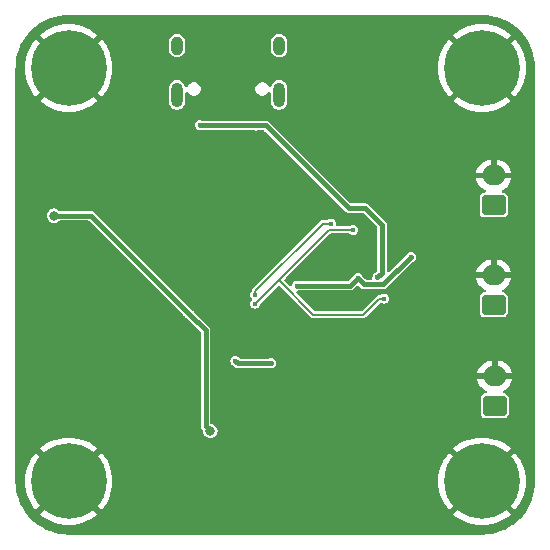
<source format=gbr>
%TF.GenerationSoftware,KiCad,Pcbnew,8.0.8*%
%TF.CreationDate,2025-04-07T17:04:07+02:00*%
%TF.ProjectId,Schematics_batterie,53636865-6d61-4746-9963-735f62617474,rev?*%
%TF.SameCoordinates,Original*%
%TF.FileFunction,Copper,L2,Bot*%
%TF.FilePolarity,Positive*%
%FSLAX46Y46*%
G04 Gerber Fmt 4.6, Leading zero omitted, Abs format (unit mm)*
G04 Created by KiCad (PCBNEW 8.0.8) date 2025-04-07 17:04:07*
%MOMM*%
%LPD*%
G01*
G04 APERTURE LIST*
G04 Aperture macros list*
%AMRoundRect*
0 Rectangle with rounded corners*
0 $1 Rounding radius*
0 $2 $3 $4 $5 $6 $7 $8 $9 X,Y pos of 4 corners*
0 Add a 4 corners polygon primitive as box body*
4,1,4,$2,$3,$4,$5,$6,$7,$8,$9,$2,$3,0*
0 Add four circle primitives for the rounded corners*
1,1,$1+$1,$2,$3*
1,1,$1+$1,$4,$5*
1,1,$1+$1,$6,$7*
1,1,$1+$1,$8,$9*
0 Add four rect primitives between the rounded corners*
20,1,$1+$1,$2,$3,$4,$5,0*
20,1,$1+$1,$4,$5,$6,$7,0*
20,1,$1+$1,$6,$7,$8,$9,0*
20,1,$1+$1,$8,$9,$2,$3,0*%
G04 Aperture macros list end*
%TA.AperFunction,HeatsinkPad*%
%ADD10O,1.000000X2.100000*%
%TD*%
%TA.AperFunction,HeatsinkPad*%
%ADD11O,1.000000X1.600000*%
%TD*%
%TA.AperFunction,ComponentPad*%
%ADD12C,0.800000*%
%TD*%
%TA.AperFunction,ComponentPad*%
%ADD13C,6.400000*%
%TD*%
%TA.AperFunction,ComponentPad*%
%ADD14RoundRect,0.250000X0.750000X-0.600000X0.750000X0.600000X-0.750000X0.600000X-0.750000X-0.600000X0*%
%TD*%
%TA.AperFunction,ComponentPad*%
%ADD15O,2.000000X1.700000*%
%TD*%
%TA.AperFunction,ViaPad*%
%ADD16C,0.450000*%
%TD*%
%TA.AperFunction,ViaPad*%
%ADD17C,0.800000*%
%TD*%
%TA.AperFunction,Conductor*%
%ADD18C,0.400000*%
%TD*%
%TA.AperFunction,Conductor*%
%ADD19C,0.200000*%
%TD*%
G04 APERTURE END LIST*
D10*
%TO.P,J1,S1,SHIELD*%
%TO.N,unconnected-(J1-SHIELD-PadS1)_1*%
X127820000Y-52280000D03*
D11*
%TO.N,unconnected-(J1-SHIELD-PadS1)*%
X127820000Y-48100000D03*
D10*
%TO.N,unconnected-(J1-SHIELD-PadS1)_2*%
X119180000Y-52280000D03*
D11*
%TO.N,unconnected-(J1-SHIELD-PadS1)_3*%
X119180000Y-48100000D03*
%TD*%
D12*
%TO.P,H4,1,1*%
%TO.N,GND*%
X107600000Y-85000000D03*
X108302944Y-83302944D03*
X108302944Y-86697056D03*
X110000000Y-82600000D03*
D13*
X110000000Y-85000000D03*
D12*
X110000000Y-87400000D03*
X111697056Y-83302944D03*
X111697056Y-86697056D03*
X112400000Y-85000000D03*
%TD*%
D14*
%TO.P,J5,1,Pin_1*%
%TO.N,SYS*%
X146000000Y-70050000D03*
D15*
%TO.P,J5,2,Pin_2*%
%TO.N,GND*%
X146000000Y-67550000D03*
%TD*%
D12*
%TO.P,H3,1,1*%
%TO.N,GND*%
X142600000Y-85000000D03*
X143302944Y-83302944D03*
X143302944Y-86697056D03*
X145000000Y-82600000D03*
D13*
X145000000Y-85000000D03*
D12*
X145000000Y-87400000D03*
X146697056Y-83302944D03*
X146697056Y-86697056D03*
X147400000Y-85000000D03*
%TD*%
%TO.P,H2,1,1*%
%TO.N,GND*%
X107600000Y-50000000D03*
X108302944Y-48302944D03*
X108302944Y-51697056D03*
X110000000Y-47600000D03*
D13*
X110000000Y-50000000D03*
D12*
X110000000Y-52400000D03*
X111697056Y-48302944D03*
X111697056Y-51697056D03*
X112400000Y-50000000D03*
%TD*%
D14*
%TO.P,J2,1,Pin_1*%
%TO.N,BAT*%
X146075000Y-78600000D03*
D15*
%TO.P,J2,2,Pin_2*%
%TO.N,GND*%
X146075000Y-76100000D03*
%TD*%
D14*
%TO.P,J3,1,Pin_1*%
%TO.N,SYS*%
X146000000Y-61600000D03*
D15*
%TO.P,J3,2,Pin_2*%
%TO.N,GND*%
X146000000Y-59100000D03*
%TD*%
D12*
%TO.P,H1,1,1*%
%TO.N,GND*%
X142600000Y-50000000D03*
X143302944Y-48302944D03*
X143302944Y-51697056D03*
X145000000Y-47600000D03*
D13*
X145000000Y-50000000D03*
D12*
X145000000Y-52400000D03*
X146697056Y-48302944D03*
X146697056Y-51697056D03*
X147400000Y-50000000D03*
%TD*%
D16*
%TO.N,+5V*%
X136150000Y-67725000D03*
X125850000Y-54862500D03*
X121100000Y-54812500D03*
%TO.N,GND*%
X108750000Y-63720000D03*
X126700000Y-54125000D03*
X122200000Y-79262500D03*
X132700000Y-73050000D03*
X129650000Y-66975000D03*
X134250000Y-69750000D03*
X108750000Y-67570000D03*
X124025000Y-57362500D03*
X133350000Y-64300000D03*
X136150000Y-75100000D03*
X108750000Y-64970000D03*
X132300000Y-70350000D03*
X134250000Y-69050000D03*
X120100000Y-74050000D03*
X132337500Y-50325000D03*
X127912500Y-64387500D03*
X139500000Y-68400000D03*
X129300000Y-78425000D03*
X114600000Y-50075000D03*
X115625000Y-72550000D03*
X131475000Y-74300000D03*
X126500000Y-80012500D03*
X120300000Y-54025000D03*
X133950000Y-59300000D03*
X117600000Y-55962500D03*
X133900000Y-60850000D03*
%TO.N,SYS*%
X129325000Y-68425000D03*
X134475000Y-67800000D03*
X138975000Y-66025000D03*
D17*
%TO.N,+3.3V*%
X122000000Y-80750000D03*
X108750000Y-62500000D03*
D16*
X120200000Y-70800000D03*
%TO.N,STAT2*%
X125800000Y-69200000D03*
X132225000Y-63175000D03*
%TO.N,STAT1*%
X136675000Y-69525000D03*
X125800000Y-69950000D03*
X134100000Y-63700000D03*
%TO.N,VBAT*%
X124125000Y-74800000D03*
X127150000Y-75000000D03*
%TD*%
D18*
%TO.N,+5V*%
X136550000Y-67325000D02*
X136550000Y-63301471D01*
X125850000Y-54862500D02*
X121150000Y-54862500D01*
X121150000Y-54862500D02*
X121100000Y-54812500D01*
X133700000Y-61850000D02*
X126712500Y-54862500D01*
X136150000Y-67725000D02*
X136550000Y-67325000D01*
X135098529Y-61850000D02*
X133700000Y-61850000D01*
X126712500Y-54862500D02*
X125850000Y-54862500D01*
X136550000Y-63301471D02*
X135098529Y-61850000D01*
%TO.N,SYS*%
X138951471Y-66025000D02*
X138975000Y-66025000D01*
X135000000Y-68325000D02*
X136651471Y-68325000D01*
X134475000Y-67800000D02*
X135000000Y-68325000D01*
X133850000Y-68425000D02*
X134475000Y-67800000D01*
X136651471Y-68325000D02*
X138951471Y-66025000D01*
X129325000Y-68425000D02*
X133850000Y-68425000D01*
%TO.N,+3.3V*%
X120200000Y-70800000D02*
X121600000Y-72200000D01*
X121600000Y-80350000D02*
X122000000Y-80750000D01*
X120200000Y-70800000D02*
X111900000Y-62500000D01*
X121600000Y-72200000D02*
X121600000Y-80350000D01*
X111900000Y-62500000D02*
X108750000Y-62500000D01*
D19*
%TO.N,STAT2*%
X132225000Y-63175000D02*
X131525000Y-63175000D01*
X125800000Y-68900000D02*
X125800000Y-69200000D01*
X131525000Y-63175000D02*
X125800000Y-68900000D01*
%TO.N,STAT1*%
X134100000Y-63700000D02*
X132042893Y-63700000D01*
X134950000Y-70875000D02*
X130700000Y-70875000D01*
X125800000Y-69942893D02*
X125800000Y-69950000D01*
X132042893Y-63700000D02*
X128621447Y-67121447D01*
X130700000Y-70875000D02*
X127783947Y-67958947D01*
X136675000Y-69525000D02*
X136300000Y-69525000D01*
X136300000Y-69525000D02*
X134950000Y-70875000D01*
X128621447Y-67121447D02*
X125800000Y-69942893D01*
D18*
%TO.N,VBAT*%
X124325000Y-75000000D02*
X124125000Y-74800000D01*
X127150000Y-75000000D02*
X124325000Y-75000000D01*
%TD*%
%TA.AperFunction,Conductor*%
%TO.N,GND*%
G36*
X145002702Y-45500617D02*
G01*
X145386771Y-45517386D01*
X145397506Y-45518326D01*
X145775971Y-45568152D01*
X145786597Y-45570025D01*
X146159284Y-45652648D01*
X146169710Y-45655442D01*
X146533765Y-45770227D01*
X146543911Y-45773920D01*
X146896578Y-45920000D01*
X146906369Y-45924566D01*
X147244942Y-46100816D01*
X147254310Y-46106224D01*
X147576244Y-46311318D01*
X147585105Y-46317523D01*
X147887930Y-46549889D01*
X147896217Y-46556843D01*
X148177635Y-46814715D01*
X148185284Y-46822364D01*
X148443156Y-47103782D01*
X148450110Y-47112069D01*
X148682476Y-47414894D01*
X148688681Y-47423755D01*
X148893775Y-47745689D01*
X148899183Y-47755057D01*
X149075430Y-48093623D01*
X149080002Y-48103427D01*
X149226075Y-48456078D01*
X149229775Y-48466244D01*
X149344554Y-48830278D01*
X149347354Y-48840727D01*
X149429971Y-49213389D01*
X149431849Y-49224042D01*
X149481671Y-49602473D01*
X149482614Y-49613249D01*
X149499382Y-49997297D01*
X149499500Y-50002706D01*
X149499500Y-84997293D01*
X149499382Y-85002702D01*
X149482614Y-85386750D01*
X149481671Y-85397526D01*
X149431849Y-85775957D01*
X149429971Y-85786610D01*
X149347354Y-86159272D01*
X149344554Y-86169721D01*
X149229775Y-86533755D01*
X149226075Y-86543921D01*
X149080002Y-86896572D01*
X149075430Y-86906376D01*
X148899183Y-87244942D01*
X148893775Y-87254310D01*
X148688681Y-87576244D01*
X148682476Y-87585105D01*
X148450110Y-87887930D01*
X148443156Y-87896217D01*
X148185284Y-88177635D01*
X148177635Y-88185284D01*
X147896217Y-88443156D01*
X147887930Y-88450110D01*
X147585105Y-88682476D01*
X147576244Y-88688681D01*
X147254310Y-88893775D01*
X147244942Y-88899183D01*
X146906376Y-89075430D01*
X146896572Y-89080002D01*
X146543921Y-89226075D01*
X146533755Y-89229775D01*
X146169721Y-89344554D01*
X146159272Y-89347354D01*
X145786610Y-89429971D01*
X145775957Y-89431849D01*
X145397526Y-89481671D01*
X145386750Y-89482614D01*
X145002703Y-89499382D01*
X144997294Y-89499500D01*
X110002706Y-89499500D01*
X109997297Y-89499382D01*
X109613249Y-89482614D01*
X109602473Y-89481671D01*
X109224042Y-89431849D01*
X109213389Y-89429971D01*
X108840727Y-89347354D01*
X108830278Y-89344554D01*
X108466244Y-89229775D01*
X108456078Y-89226075D01*
X108103427Y-89080002D01*
X108093623Y-89075430D01*
X107755057Y-88899183D01*
X107745689Y-88893775D01*
X107423755Y-88688681D01*
X107414894Y-88682476D01*
X107112069Y-88450110D01*
X107103782Y-88443156D01*
X106822364Y-88185284D01*
X106814715Y-88177635D01*
X106556843Y-87896217D01*
X106549889Y-87887930D01*
X106317523Y-87585105D01*
X106311318Y-87576244D01*
X106106224Y-87254310D01*
X106100816Y-87244942D01*
X105924569Y-86906376D01*
X105919997Y-86896572D01*
X105773924Y-86543921D01*
X105770224Y-86533755D01*
X105655442Y-86169710D01*
X105652648Y-86159284D01*
X105570025Y-85786597D01*
X105568152Y-85775971D01*
X105518326Y-85397506D01*
X105517386Y-85386771D01*
X105500618Y-85002702D01*
X105500559Y-84999999D01*
X106294922Y-84999999D01*
X106294922Y-85000000D01*
X106315219Y-85387287D01*
X106375886Y-85770323D01*
X106375887Y-85770330D01*
X106476262Y-86144936D01*
X106615244Y-86506994D01*
X106791310Y-86852543D01*
X107002523Y-87177783D01*
X107002525Y-87177785D01*
X107211096Y-87435348D01*
X108705747Y-85940697D01*
X108779588Y-86042330D01*
X108957670Y-86220412D01*
X109059301Y-86294251D01*
X107564650Y-87788902D01*
X107822214Y-87997475D01*
X107822216Y-87997476D01*
X108147456Y-88208689D01*
X108493005Y-88384755D01*
X108855063Y-88523737D01*
X109229669Y-88624112D01*
X109229676Y-88624113D01*
X109612712Y-88684780D01*
X109999999Y-88705078D01*
X110000001Y-88705078D01*
X110387287Y-88684780D01*
X110770323Y-88624113D01*
X110770330Y-88624112D01*
X111144936Y-88523737D01*
X111506994Y-88384755D01*
X111852543Y-88208689D01*
X112177771Y-87997484D01*
X112177784Y-87997474D01*
X112435348Y-87788902D01*
X110940698Y-86294252D01*
X111042330Y-86220412D01*
X111220412Y-86042330D01*
X111294252Y-85940698D01*
X112788902Y-87435348D01*
X112997474Y-87177784D01*
X112997484Y-87177771D01*
X113208689Y-86852543D01*
X113384755Y-86506994D01*
X113523737Y-86144936D01*
X113624112Y-85770330D01*
X113624113Y-85770323D01*
X113684780Y-85387287D01*
X113705078Y-85000000D01*
X113705078Y-84999999D01*
X141294922Y-84999999D01*
X141294922Y-85000000D01*
X141315219Y-85387287D01*
X141375886Y-85770323D01*
X141375887Y-85770330D01*
X141476262Y-86144936D01*
X141615244Y-86506994D01*
X141791310Y-86852543D01*
X142002523Y-87177783D01*
X142002525Y-87177785D01*
X142211096Y-87435348D01*
X143705747Y-85940697D01*
X143779588Y-86042330D01*
X143957670Y-86220412D01*
X144059301Y-86294251D01*
X142564650Y-87788902D01*
X142822214Y-87997475D01*
X142822216Y-87997476D01*
X143147456Y-88208689D01*
X143493005Y-88384755D01*
X143855063Y-88523737D01*
X144229669Y-88624112D01*
X144229676Y-88624113D01*
X144612712Y-88684780D01*
X144999999Y-88705078D01*
X145000001Y-88705078D01*
X145387287Y-88684780D01*
X145770323Y-88624113D01*
X145770330Y-88624112D01*
X146144936Y-88523737D01*
X146506994Y-88384755D01*
X146852543Y-88208689D01*
X147177771Y-87997484D01*
X147177784Y-87997474D01*
X147435348Y-87788902D01*
X145940698Y-86294252D01*
X146042330Y-86220412D01*
X146220412Y-86042330D01*
X146294252Y-85940698D01*
X147788902Y-87435348D01*
X147997474Y-87177784D01*
X147997484Y-87177771D01*
X148208689Y-86852543D01*
X148384755Y-86506994D01*
X148523737Y-86144936D01*
X148624112Y-85770330D01*
X148624113Y-85770323D01*
X148684780Y-85387287D01*
X148705078Y-85000000D01*
X148705078Y-84999999D01*
X148684780Y-84612712D01*
X148624113Y-84229676D01*
X148624112Y-84229669D01*
X148523737Y-83855063D01*
X148384755Y-83493005D01*
X148208689Y-83147456D01*
X147997476Y-82822216D01*
X147997475Y-82822214D01*
X147788902Y-82564650D01*
X146294251Y-84059301D01*
X146220412Y-83957670D01*
X146042330Y-83779588D01*
X145940698Y-83705748D01*
X147435349Y-82211096D01*
X147177785Y-82002525D01*
X147177783Y-82002523D01*
X146852543Y-81791310D01*
X146506994Y-81615244D01*
X146144936Y-81476262D01*
X145770330Y-81375887D01*
X145770323Y-81375886D01*
X145387287Y-81315219D01*
X145000001Y-81294922D01*
X144999999Y-81294922D01*
X144612712Y-81315219D01*
X144229676Y-81375886D01*
X144229669Y-81375887D01*
X143855063Y-81476262D01*
X143493005Y-81615244D01*
X143147456Y-81791310D01*
X142822206Y-82002531D01*
X142564649Y-82211095D01*
X142564649Y-82211096D01*
X144059301Y-83705748D01*
X143957670Y-83779588D01*
X143779588Y-83957670D01*
X143705748Y-84059301D01*
X142211096Y-82564649D01*
X142211095Y-82564649D01*
X142002531Y-82822206D01*
X141791310Y-83147456D01*
X141615244Y-83493005D01*
X141476262Y-83855063D01*
X141375887Y-84229669D01*
X141375886Y-84229676D01*
X141315219Y-84612712D01*
X141294922Y-84999999D01*
X113705078Y-84999999D01*
X113684780Y-84612712D01*
X113624113Y-84229676D01*
X113624112Y-84229669D01*
X113523737Y-83855063D01*
X113384755Y-83493005D01*
X113208689Y-83147456D01*
X112997476Y-82822216D01*
X112997475Y-82822214D01*
X112788902Y-82564650D01*
X111294251Y-84059301D01*
X111220412Y-83957670D01*
X111042330Y-83779588D01*
X110940698Y-83705748D01*
X112435349Y-82211096D01*
X112177785Y-82002525D01*
X112177783Y-82002523D01*
X111852543Y-81791310D01*
X111506994Y-81615244D01*
X111144936Y-81476262D01*
X110770330Y-81375887D01*
X110770323Y-81375886D01*
X110387287Y-81315219D01*
X110000001Y-81294922D01*
X109999999Y-81294922D01*
X109612712Y-81315219D01*
X109229676Y-81375886D01*
X109229669Y-81375887D01*
X108855063Y-81476262D01*
X108493005Y-81615244D01*
X108147456Y-81791310D01*
X107822206Y-82002531D01*
X107564649Y-82211095D01*
X107564649Y-82211096D01*
X109059301Y-83705748D01*
X108957670Y-83779588D01*
X108779588Y-83957670D01*
X108705748Y-84059301D01*
X107211096Y-82564649D01*
X107211095Y-82564649D01*
X107002531Y-82822206D01*
X106791310Y-83147456D01*
X106615244Y-83493005D01*
X106476262Y-83855063D01*
X106375887Y-84229669D01*
X106375886Y-84229676D01*
X106315219Y-84612712D01*
X106294922Y-84999999D01*
X105500559Y-84999999D01*
X105500500Y-84997293D01*
X105500500Y-62499998D01*
X108144318Y-62499998D01*
X108144318Y-62500001D01*
X108164955Y-62656760D01*
X108164956Y-62656762D01*
X108225464Y-62802841D01*
X108321718Y-62928282D01*
X108447159Y-63024536D01*
X108593238Y-63085044D01*
X108671619Y-63095363D01*
X108749999Y-63105682D01*
X108750000Y-63105682D01*
X108750001Y-63105682D01*
X108802254Y-63098802D01*
X108906762Y-63085044D01*
X109052841Y-63024536D01*
X109178282Y-62928282D01*
X109178283Y-62928279D01*
X109181093Y-62926124D01*
X109246263Y-62900930D01*
X109256580Y-62900500D01*
X111682745Y-62900500D01*
X111749784Y-62920185D01*
X111770426Y-62936819D01*
X119800853Y-70967245D01*
X119823656Y-70998630D01*
X119851470Y-71053217D01*
X119851476Y-71053225D01*
X119946774Y-71148523D01*
X119946776Y-71148524D01*
X119946780Y-71148528D01*
X120001366Y-71176341D01*
X120032751Y-71199144D01*
X121163181Y-72329574D01*
X121196666Y-72390897D01*
X121199500Y-72417255D01*
X121199500Y-80402726D01*
X121226793Y-80504589D01*
X121253156Y-80550250D01*
X121279520Y-80595913D01*
X121279522Y-80595915D01*
X121358597Y-80674990D01*
X121392082Y-80736313D01*
X121393855Y-80746485D01*
X121394318Y-80749998D01*
X121394318Y-80750000D01*
X121414956Y-80906762D01*
X121475464Y-81052841D01*
X121571718Y-81178282D01*
X121697159Y-81274536D01*
X121843238Y-81335044D01*
X121921619Y-81345363D01*
X121999999Y-81355682D01*
X122000000Y-81355682D01*
X122000001Y-81355682D01*
X122052254Y-81348802D01*
X122156762Y-81335044D01*
X122302841Y-81274536D01*
X122428282Y-81178282D01*
X122524536Y-81052841D01*
X122585044Y-80906762D01*
X122605682Y-80750000D01*
X122585044Y-80593238D01*
X122524536Y-80447159D01*
X122428282Y-80321718D01*
X122302841Y-80225464D01*
X122156762Y-80164956D01*
X122143399Y-80163196D01*
X122108313Y-80158577D01*
X122044417Y-80130309D01*
X122005946Y-80071984D01*
X122000500Y-80035638D01*
X122000500Y-75850000D01*
X144597769Y-75850000D01*
X145641988Y-75850000D01*
X145609075Y-75907007D01*
X145575000Y-76034174D01*
X145575000Y-76165826D01*
X145609075Y-76292993D01*
X145641988Y-76350000D01*
X144597769Y-76350000D01*
X144608242Y-76416126D01*
X144608242Y-76416129D01*
X144673904Y-76618217D01*
X144770379Y-76807557D01*
X144895272Y-76979459D01*
X144895276Y-76979464D01*
X145045535Y-77129723D01*
X145045540Y-77129727D01*
X145217442Y-77254620D01*
X145335971Y-77315015D01*
X145386767Y-77362990D01*
X145403562Y-77430811D01*
X145381024Y-77496946D01*
X145326309Y-77540397D01*
X145279676Y-77549500D01*
X145270730Y-77549500D01*
X145240300Y-77552353D01*
X145240298Y-77552353D01*
X145112119Y-77597206D01*
X145112117Y-77597207D01*
X145002850Y-77677850D01*
X144922207Y-77787117D01*
X144922206Y-77787119D01*
X144877353Y-77915298D01*
X144877353Y-77915300D01*
X144874500Y-77945730D01*
X144874500Y-79254269D01*
X144877353Y-79284699D01*
X144877353Y-79284701D01*
X144922206Y-79412880D01*
X144922207Y-79412882D01*
X145002850Y-79522150D01*
X145112118Y-79602793D01*
X145154845Y-79617744D01*
X145240299Y-79647646D01*
X145270730Y-79650500D01*
X145270734Y-79650500D01*
X146879270Y-79650500D01*
X146909699Y-79647646D01*
X146909701Y-79647646D01*
X146973790Y-79625219D01*
X147037882Y-79602793D01*
X147147150Y-79522150D01*
X147227793Y-79412882D01*
X147250219Y-79348790D01*
X147272646Y-79284701D01*
X147272646Y-79284699D01*
X147275500Y-79254269D01*
X147275500Y-77945730D01*
X147272646Y-77915300D01*
X147272646Y-77915298D01*
X147227793Y-77787119D01*
X147227792Y-77787117D01*
X147147150Y-77677850D01*
X147037882Y-77597207D01*
X147037880Y-77597206D01*
X146909700Y-77552353D01*
X146879270Y-77549500D01*
X146879266Y-77549500D01*
X146870324Y-77549500D01*
X146803285Y-77529815D01*
X146757530Y-77477011D01*
X146747586Y-77407853D01*
X146776611Y-77344297D01*
X146814029Y-77315015D01*
X146932557Y-77254620D01*
X147104459Y-77129727D01*
X147104464Y-77129723D01*
X147254723Y-76979464D01*
X147254727Y-76979459D01*
X147379620Y-76807557D01*
X147476095Y-76618217D01*
X147541757Y-76416129D01*
X147541757Y-76416126D01*
X147552231Y-76350000D01*
X146508012Y-76350000D01*
X146540925Y-76292993D01*
X146575000Y-76165826D01*
X146575000Y-76034174D01*
X146540925Y-75907007D01*
X146508012Y-75850000D01*
X147552231Y-75850000D01*
X147541757Y-75783873D01*
X147541757Y-75783870D01*
X147476095Y-75581782D01*
X147379620Y-75392442D01*
X147254727Y-75220540D01*
X147254723Y-75220535D01*
X147104464Y-75070276D01*
X147104459Y-75070272D01*
X146932557Y-74945379D01*
X146743217Y-74848904D01*
X146541129Y-74783242D01*
X146331246Y-74750000D01*
X146325000Y-74750000D01*
X146325000Y-75666988D01*
X146267993Y-75634075D01*
X146140826Y-75600000D01*
X146009174Y-75600000D01*
X145882007Y-75634075D01*
X145825000Y-75666988D01*
X145825000Y-74750000D01*
X145818754Y-74750000D01*
X145608872Y-74783242D01*
X145608869Y-74783242D01*
X145406782Y-74848904D01*
X145217442Y-74945379D01*
X145045540Y-75070272D01*
X145045535Y-75070276D01*
X144895276Y-75220535D01*
X144895272Y-75220540D01*
X144770379Y-75392442D01*
X144673904Y-75581782D01*
X144608242Y-75783870D01*
X144608242Y-75783873D01*
X144597769Y-75850000D01*
X122000500Y-75850000D01*
X122000500Y-74799997D01*
X123694196Y-74799997D01*
X123694196Y-74800002D01*
X123715279Y-74933121D01*
X123715280Y-74933124D01*
X123715281Y-74933126D01*
X123776472Y-75053220D01*
X123871780Y-75148528D01*
X123926366Y-75176340D01*
X123957752Y-75199144D01*
X123997449Y-75238841D01*
X123997452Y-75238845D01*
X124004520Y-75245913D01*
X124079087Y-75320480D01*
X124127668Y-75348528D01*
X124127669Y-75348529D01*
X124170407Y-75373204D01*
X124170410Y-75373206D01*
X124170412Y-75373206D01*
X124170413Y-75373207D01*
X124272273Y-75400501D01*
X124272275Y-75400501D01*
X124385323Y-75400501D01*
X124385339Y-75400500D01*
X126969011Y-75400500D01*
X127006673Y-75409541D01*
X127007595Y-75406704D01*
X127016876Y-75409720D01*
X127149998Y-75430804D01*
X127150000Y-75430804D01*
X127150002Y-75430804D01*
X127283121Y-75409720D01*
X127283121Y-75409719D01*
X127283126Y-75409719D01*
X127403220Y-75348528D01*
X127498528Y-75253220D01*
X127559719Y-75133126D01*
X127559720Y-75133121D01*
X127580804Y-75000002D01*
X127580804Y-74999997D01*
X127559720Y-74866878D01*
X127559719Y-74866876D01*
X127559719Y-74866874D01*
X127498528Y-74746780D01*
X127498526Y-74746778D01*
X127498523Y-74746774D01*
X127403225Y-74651476D01*
X127403221Y-74651473D01*
X127403220Y-74651472D01*
X127283126Y-74590281D01*
X127283124Y-74590280D01*
X127283121Y-74590279D01*
X127150002Y-74569196D01*
X127149998Y-74569196D01*
X127016876Y-74590279D01*
X127007595Y-74593296D01*
X127006673Y-74590458D01*
X126969011Y-74599500D01*
X124575012Y-74599500D01*
X124507973Y-74579815D01*
X124474689Y-74548379D01*
X124473529Y-74546782D01*
X124473528Y-74546780D01*
X124473525Y-74546777D01*
X124473523Y-74546774D01*
X124378225Y-74451476D01*
X124378221Y-74451473D01*
X124378220Y-74451472D01*
X124258126Y-74390281D01*
X124258124Y-74390280D01*
X124258121Y-74390279D01*
X124125002Y-74369196D01*
X124124998Y-74369196D01*
X123991878Y-74390279D01*
X123871778Y-74451473D01*
X123871774Y-74451476D01*
X123776476Y-74546774D01*
X123776473Y-74546778D01*
X123715279Y-74666878D01*
X123694196Y-74799997D01*
X122000500Y-74799997D01*
X122000500Y-72147275D01*
X122000500Y-72147273D01*
X121973207Y-72045413D01*
X121973207Y-72045412D01*
X121920480Y-71954087D01*
X120599144Y-70632751D01*
X120576340Y-70601365D01*
X120548528Y-70546780D01*
X120548524Y-70546776D01*
X120548523Y-70546774D01*
X120453225Y-70451476D01*
X120453217Y-70451470D01*
X120398630Y-70423656D01*
X120367245Y-70400853D01*
X112145915Y-62179522D01*
X112145914Y-62179521D01*
X112145913Y-62179520D01*
X112100250Y-62153156D01*
X112054589Y-62126793D01*
X112003657Y-62113146D01*
X111952727Y-62099500D01*
X111952726Y-62099500D01*
X109256580Y-62099500D01*
X109189541Y-62079815D01*
X109181093Y-62073876D01*
X109178283Y-62071720D01*
X109178282Y-62071718D01*
X109052841Y-61975464D01*
X108906762Y-61914956D01*
X108906760Y-61914955D01*
X108750001Y-61894318D01*
X108749999Y-61894318D01*
X108593239Y-61914955D01*
X108593237Y-61914956D01*
X108447160Y-61975463D01*
X108321718Y-62071718D01*
X108225463Y-62197160D01*
X108164956Y-62343237D01*
X108164955Y-62343239D01*
X108144318Y-62499998D01*
X105500500Y-62499998D01*
X105500500Y-54812497D01*
X120669196Y-54812497D01*
X120669196Y-54812502D01*
X120690279Y-54945621D01*
X120690280Y-54945624D01*
X120690281Y-54945626D01*
X120751472Y-55065720D01*
X120751473Y-55065721D01*
X120751476Y-55065725D01*
X120846774Y-55161023D01*
X120846776Y-55161024D01*
X120846780Y-55161028D01*
X120966874Y-55222219D01*
X120966875Y-55222219D01*
X120967933Y-55222758D01*
X120990007Y-55232586D01*
X120995410Y-55235706D01*
X120995412Y-55235706D01*
X120995413Y-55235707D01*
X121097273Y-55263001D01*
X121097275Y-55263001D01*
X121210323Y-55263001D01*
X121210339Y-55263000D01*
X125669011Y-55263000D01*
X125706673Y-55272041D01*
X125707595Y-55269204D01*
X125716876Y-55272220D01*
X125849998Y-55293304D01*
X125850000Y-55293304D01*
X125850002Y-55293304D01*
X125983123Y-55272220D01*
X125992405Y-55269204D01*
X125993326Y-55272041D01*
X126030989Y-55263000D01*
X126495245Y-55263000D01*
X126562284Y-55282685D01*
X126582926Y-55299319D01*
X133454087Y-62170480D01*
X133545412Y-62223207D01*
X133647273Y-62250500D01*
X134881274Y-62250500D01*
X134948313Y-62270185D01*
X134968955Y-62286819D01*
X136113181Y-63431045D01*
X136146666Y-63492368D01*
X136149500Y-63518726D01*
X136149500Y-67107744D01*
X136129815Y-67174783D01*
X136113181Y-67195426D01*
X135982750Y-67325856D01*
X135951366Y-67348658D01*
X135896777Y-67376473D01*
X135801476Y-67471774D01*
X135801473Y-67471778D01*
X135740279Y-67591878D01*
X135719196Y-67724997D01*
X135719196Y-67725003D01*
X135728081Y-67781103D01*
X135719126Y-67850396D01*
X135674130Y-67903848D01*
X135607378Y-67924487D01*
X135605608Y-67924500D01*
X135217255Y-67924500D01*
X135150216Y-67904815D01*
X135129574Y-67888181D01*
X134874144Y-67632751D01*
X134851340Y-67601365D01*
X134823528Y-67546780D01*
X134823524Y-67546776D01*
X134823523Y-67546774D01*
X134728225Y-67451476D01*
X134728221Y-67451473D01*
X134728220Y-67451472D01*
X134608126Y-67390281D01*
X134608124Y-67390280D01*
X134608121Y-67390279D01*
X134475002Y-67369196D01*
X134474998Y-67369196D01*
X134341878Y-67390279D01*
X134221778Y-67451473D01*
X134221774Y-67451476D01*
X134126473Y-67546777D01*
X134098658Y-67601366D01*
X134075855Y-67632750D01*
X133720426Y-67988181D01*
X133659103Y-68021666D01*
X133632745Y-68024500D01*
X129505989Y-68024500D01*
X129468326Y-68015458D01*
X129467405Y-68018296D01*
X129458123Y-68015279D01*
X129325002Y-67994196D01*
X129324998Y-67994196D01*
X129191878Y-68015279D01*
X129071778Y-68076473D01*
X129071774Y-68076476D01*
X128976476Y-68171774D01*
X128976473Y-68171778D01*
X128915279Y-68291878D01*
X128902291Y-68373883D01*
X128872362Y-68437018D01*
X128813050Y-68473949D01*
X128743187Y-68472951D01*
X128692137Y-68442166D01*
X128296598Y-68046627D01*
X128263113Y-67985304D01*
X128268097Y-67915612D01*
X128296598Y-67871265D01*
X128367863Y-67800000D01*
X128861907Y-67305958D01*
X128861907Y-67305957D01*
X132131045Y-64036819D01*
X132192368Y-64003334D01*
X132218726Y-64000500D01*
X133747389Y-64000500D01*
X133814428Y-64020185D01*
X133835070Y-64036819D01*
X133846774Y-64048523D01*
X133846778Y-64048526D01*
X133846780Y-64048528D01*
X133966874Y-64109719D01*
X133966876Y-64109719D01*
X133966878Y-64109720D01*
X134099998Y-64130804D01*
X134100000Y-64130804D01*
X134100002Y-64130804D01*
X134233121Y-64109720D01*
X134233121Y-64109719D01*
X134233126Y-64109719D01*
X134353220Y-64048528D01*
X134448528Y-63953220D01*
X134509719Y-63833126D01*
X134530804Y-63700000D01*
X134509719Y-63566874D01*
X134448528Y-63446780D01*
X134448526Y-63446778D01*
X134448523Y-63446774D01*
X134353225Y-63351476D01*
X134353221Y-63351473D01*
X134353220Y-63351472D01*
X134233126Y-63290281D01*
X134233124Y-63290280D01*
X134233121Y-63290279D01*
X134100002Y-63269196D01*
X134099998Y-63269196D01*
X133966878Y-63290279D01*
X133846778Y-63351473D01*
X133846774Y-63351476D01*
X133835070Y-63363181D01*
X133773747Y-63396666D01*
X133747389Y-63399500D01*
X132765432Y-63399500D01*
X132698393Y-63379815D01*
X132652638Y-63327011D01*
X132642694Y-63257853D01*
X132642959Y-63256102D01*
X132655804Y-63175002D01*
X132655804Y-63174997D01*
X132634720Y-63041878D01*
X132634719Y-63041876D01*
X132634719Y-63041874D01*
X132573528Y-62921780D01*
X132573526Y-62921778D01*
X132573523Y-62921774D01*
X132478225Y-62826476D01*
X132478221Y-62826473D01*
X132478220Y-62826472D01*
X132358126Y-62765281D01*
X132358124Y-62765280D01*
X132358121Y-62765279D01*
X132225002Y-62744196D01*
X132224998Y-62744196D01*
X132091878Y-62765279D01*
X131971778Y-62826473D01*
X131971774Y-62826476D01*
X131960070Y-62838181D01*
X131898747Y-62871666D01*
X131872389Y-62874500D01*
X131485438Y-62874500D01*
X131409010Y-62894978D01*
X131340489Y-62934540D01*
X131340486Y-62934542D01*
X125559541Y-68715487D01*
X125559535Y-68715495D01*
X125519982Y-68784004D01*
X125519979Y-68784009D01*
X125499500Y-68860439D01*
X125499185Y-68862832D01*
X125498358Y-68864700D01*
X125497397Y-68868288D01*
X125496837Y-68868138D01*
X125470916Y-68926728D01*
X125463927Y-68934324D01*
X125451476Y-68946774D01*
X125451473Y-68946778D01*
X125390279Y-69066878D01*
X125369196Y-69199997D01*
X125369196Y-69200002D01*
X125390279Y-69333121D01*
X125390280Y-69333124D01*
X125390281Y-69333126D01*
X125451472Y-69453220D01*
X125451473Y-69453221D01*
X125451476Y-69453225D01*
X125485570Y-69487319D01*
X125519055Y-69548642D01*
X125514071Y-69618334D01*
X125485570Y-69662681D01*
X125451476Y-69696774D01*
X125451473Y-69696778D01*
X125390279Y-69816878D01*
X125369196Y-69949997D01*
X125369196Y-69950002D01*
X125390279Y-70083121D01*
X125390280Y-70083124D01*
X125390281Y-70083126D01*
X125451472Y-70203220D01*
X125451473Y-70203221D01*
X125451476Y-70203225D01*
X125546774Y-70298523D01*
X125546778Y-70298526D01*
X125546780Y-70298528D01*
X125666874Y-70359719D01*
X125666876Y-70359719D01*
X125666878Y-70359720D01*
X125799998Y-70380804D01*
X125800000Y-70380804D01*
X125800002Y-70380804D01*
X125933121Y-70359720D01*
X125933121Y-70359719D01*
X125933126Y-70359719D01*
X126053220Y-70298528D01*
X126148528Y-70203220D01*
X126209719Y-70083126D01*
X126226937Y-69974414D01*
X126256864Y-69911284D01*
X126261710Y-69906152D01*
X127696265Y-68471598D01*
X127757588Y-68438113D01*
X127827280Y-68443097D01*
X127871627Y-68471598D01*
X130515489Y-71115460D01*
X130572761Y-71148526D01*
X130584008Y-71155020D01*
X130584012Y-71155022D01*
X130660438Y-71175500D01*
X130660440Y-71175500D01*
X134989560Y-71175500D01*
X134989562Y-71175500D01*
X135065989Y-71155021D01*
X135134511Y-71115460D01*
X135190460Y-71059511D01*
X136328043Y-69921926D01*
X136389364Y-69888443D01*
X136459055Y-69893427D01*
X136472001Y-69899117D01*
X136541874Y-69934719D01*
X136541876Y-69934719D01*
X136541878Y-69934720D01*
X136674998Y-69955804D01*
X136675000Y-69955804D01*
X136675002Y-69955804D01*
X136808121Y-69934720D01*
X136808121Y-69934719D01*
X136808126Y-69934719D01*
X136928220Y-69873528D01*
X137023528Y-69778220D01*
X137084719Y-69658126D01*
X137084720Y-69658121D01*
X137105804Y-69525002D01*
X137105804Y-69524997D01*
X137084720Y-69391878D01*
X137084719Y-69391876D01*
X137084719Y-69391874D01*
X137023528Y-69271780D01*
X137023526Y-69271778D01*
X137023523Y-69271774D01*
X136928225Y-69176476D01*
X136928221Y-69176473D01*
X136928220Y-69176472D01*
X136808126Y-69115281D01*
X136808124Y-69115280D01*
X136808121Y-69115279D01*
X136675002Y-69094196D01*
X136674998Y-69094196D01*
X136541878Y-69115279D01*
X136421778Y-69176473D01*
X136421774Y-69176476D01*
X136410070Y-69188181D01*
X136348747Y-69221666D01*
X136322389Y-69224500D01*
X136260438Y-69224500D01*
X136222224Y-69234739D01*
X136184009Y-69244979D01*
X136184008Y-69244980D01*
X136137591Y-69271778D01*
X136137592Y-69271779D01*
X136115487Y-69284541D01*
X134861848Y-70538181D01*
X134800525Y-70571666D01*
X134774167Y-70574500D01*
X130875833Y-70574500D01*
X130808794Y-70554815D01*
X130788152Y-70538181D01*
X129307833Y-69057862D01*
X129274348Y-68996539D01*
X129279332Y-68926847D01*
X129321204Y-68870914D01*
X129376113Y-68847708D01*
X129458126Y-68834719D01*
X129458128Y-68834718D01*
X129467405Y-68831704D01*
X129468326Y-68834541D01*
X129505989Y-68825500D01*
X133902725Y-68825500D01*
X133902727Y-68825500D01*
X134004588Y-68798207D01*
X134095913Y-68745480D01*
X134387319Y-68454074D01*
X134448642Y-68420589D01*
X134518334Y-68425573D01*
X134562681Y-68454074D01*
X134754087Y-68645480D01*
X134845412Y-68698207D01*
X134947273Y-68725500D01*
X134947275Y-68725500D01*
X136704196Y-68725500D01*
X136704198Y-68725500D01*
X136806059Y-68698207D01*
X136897384Y-68645480D01*
X138242863Y-67300000D01*
X144522769Y-67300000D01*
X145566988Y-67300000D01*
X145534075Y-67357007D01*
X145500000Y-67484174D01*
X145500000Y-67615826D01*
X145534075Y-67742993D01*
X145566988Y-67800000D01*
X144522769Y-67800000D01*
X144533242Y-67866126D01*
X144533242Y-67866129D01*
X144598904Y-68068217D01*
X144695379Y-68257557D01*
X144820272Y-68429459D01*
X144820276Y-68429464D01*
X144970535Y-68579723D01*
X144970540Y-68579727D01*
X145142442Y-68704620D01*
X145260971Y-68765015D01*
X145311767Y-68812990D01*
X145328562Y-68880811D01*
X145306024Y-68946946D01*
X145251309Y-68990397D01*
X145204676Y-68999500D01*
X145195730Y-68999500D01*
X145165300Y-69002353D01*
X145165298Y-69002353D01*
X145037119Y-69047206D01*
X145037117Y-69047207D01*
X144927850Y-69127850D01*
X144847207Y-69237117D01*
X144847206Y-69237119D01*
X144802353Y-69365298D01*
X144802353Y-69365300D01*
X144799500Y-69395730D01*
X144799500Y-70704269D01*
X144802353Y-70734699D01*
X144802353Y-70734701D01*
X144847206Y-70862880D01*
X144847207Y-70862882D01*
X144927850Y-70972150D01*
X145037118Y-71052793D01*
X145079845Y-71067744D01*
X145165299Y-71097646D01*
X145195730Y-71100500D01*
X145195734Y-71100500D01*
X146804270Y-71100500D01*
X146834699Y-71097646D01*
X146834701Y-71097646D01*
X146898790Y-71075219D01*
X146962882Y-71052793D01*
X147072150Y-70972150D01*
X147152793Y-70862882D01*
X147175219Y-70798790D01*
X147197646Y-70734701D01*
X147197646Y-70734699D01*
X147200500Y-70704269D01*
X147200500Y-69395730D01*
X147197646Y-69365300D01*
X147197646Y-69365298D01*
X147155544Y-69244980D01*
X147152793Y-69237118D01*
X147072150Y-69127850D01*
X146962882Y-69047207D01*
X146962880Y-69047206D01*
X146834700Y-69002353D01*
X146804270Y-68999500D01*
X146804266Y-68999500D01*
X146795324Y-68999500D01*
X146728285Y-68979815D01*
X146682530Y-68927011D01*
X146672586Y-68857853D01*
X146701611Y-68794297D01*
X146739029Y-68765015D01*
X146857557Y-68704620D01*
X147029459Y-68579727D01*
X147029464Y-68579723D01*
X147179723Y-68429464D01*
X147179727Y-68429459D01*
X147304620Y-68257557D01*
X147401095Y-68068217D01*
X147466757Y-67866129D01*
X147466757Y-67866126D01*
X147477231Y-67800000D01*
X146433012Y-67800000D01*
X146465925Y-67742993D01*
X146500000Y-67615826D01*
X146500000Y-67484174D01*
X146465925Y-67357007D01*
X146433012Y-67300000D01*
X147477231Y-67300000D01*
X147466757Y-67233873D01*
X147466757Y-67233870D01*
X147401095Y-67031782D01*
X147304620Y-66842442D01*
X147179727Y-66670540D01*
X147179723Y-66670535D01*
X147029464Y-66520276D01*
X147029459Y-66520272D01*
X146857557Y-66395379D01*
X146668217Y-66298904D01*
X146466129Y-66233242D01*
X146256246Y-66200000D01*
X146250000Y-66200000D01*
X146250000Y-67116988D01*
X146192993Y-67084075D01*
X146065826Y-67050000D01*
X145934174Y-67050000D01*
X145807007Y-67084075D01*
X145750000Y-67116988D01*
X145750000Y-66200000D01*
X145743754Y-66200000D01*
X145533872Y-66233242D01*
X145533869Y-66233242D01*
X145331782Y-66298904D01*
X145142442Y-66395379D01*
X144970540Y-66520272D01*
X144970535Y-66520276D01*
X144820276Y-66670535D01*
X144820272Y-66670540D01*
X144695379Y-66842442D01*
X144598904Y-67031782D01*
X144533242Y-67233870D01*
X144533242Y-67233873D01*
X144522769Y-67300000D01*
X138242863Y-67300000D01*
X139094278Y-66448584D01*
X139125658Y-66425785D01*
X139228220Y-66373528D01*
X139323528Y-66278220D01*
X139384719Y-66158126D01*
X139405804Y-66025000D01*
X139384719Y-65891874D01*
X139323528Y-65771780D01*
X139323526Y-65771778D01*
X139323523Y-65771774D01*
X139228225Y-65676476D01*
X139228221Y-65676473D01*
X139228220Y-65676472D01*
X139108126Y-65615281D01*
X139108124Y-65615280D01*
X139108121Y-65615279D01*
X138975002Y-65594196D01*
X138974998Y-65594196D01*
X138841878Y-65615279D01*
X138721778Y-65676473D01*
X138626470Y-65771782D01*
X138623099Y-65778398D01*
X138600299Y-65809777D01*
X137162181Y-67247896D01*
X137100858Y-67281381D01*
X137031166Y-67276397D01*
X136975233Y-67234525D01*
X136950816Y-67169061D01*
X136950500Y-67160215D01*
X136950500Y-63248746D01*
X136950500Y-63248744D01*
X136923207Y-63146884D01*
X136923207Y-63146883D01*
X136870480Y-63055558D01*
X135344442Y-61529520D01*
X135298779Y-61503156D01*
X135253118Y-61476793D01*
X135202186Y-61463146D01*
X135151256Y-61449500D01*
X135151255Y-61449500D01*
X133917255Y-61449500D01*
X133850216Y-61429815D01*
X133829574Y-61413181D01*
X131266393Y-58850000D01*
X144522769Y-58850000D01*
X145566988Y-58850000D01*
X145534075Y-58907007D01*
X145500000Y-59034174D01*
X145500000Y-59165826D01*
X145534075Y-59292993D01*
X145566988Y-59350000D01*
X144522769Y-59350000D01*
X144533242Y-59416126D01*
X144533242Y-59416129D01*
X144598904Y-59618217D01*
X144695379Y-59807557D01*
X144820272Y-59979459D01*
X144820276Y-59979464D01*
X144970535Y-60129723D01*
X144970540Y-60129727D01*
X145142442Y-60254620D01*
X145260971Y-60315015D01*
X145311767Y-60362990D01*
X145328562Y-60430811D01*
X145306024Y-60496946D01*
X145251309Y-60540397D01*
X145204676Y-60549500D01*
X145195730Y-60549500D01*
X145165300Y-60552353D01*
X145165298Y-60552353D01*
X145037119Y-60597206D01*
X145037117Y-60597207D01*
X144927850Y-60677850D01*
X144847207Y-60787117D01*
X144847206Y-60787119D01*
X144802353Y-60915298D01*
X144802353Y-60915300D01*
X144799500Y-60945730D01*
X144799500Y-62254269D01*
X144802353Y-62284699D01*
X144802353Y-62284701D01*
X144847206Y-62412880D01*
X144847207Y-62412882D01*
X144927850Y-62522150D01*
X145037118Y-62602793D01*
X145079845Y-62617744D01*
X145165299Y-62647646D01*
X145195730Y-62650500D01*
X145195734Y-62650500D01*
X146804270Y-62650500D01*
X146834699Y-62647646D01*
X146834701Y-62647646D01*
X146898790Y-62625219D01*
X146962882Y-62602793D01*
X147072150Y-62522150D01*
X147152793Y-62412882D01*
X147177163Y-62343237D01*
X147197646Y-62284701D01*
X147197646Y-62284699D01*
X147200500Y-62254269D01*
X147200500Y-60945730D01*
X147197646Y-60915300D01*
X147197646Y-60915298D01*
X147152793Y-60787119D01*
X147152792Y-60787117D01*
X147072150Y-60677850D01*
X146962882Y-60597207D01*
X146962880Y-60597206D01*
X146834700Y-60552353D01*
X146804270Y-60549500D01*
X146804266Y-60549500D01*
X146795324Y-60549500D01*
X146728285Y-60529815D01*
X146682530Y-60477011D01*
X146672586Y-60407853D01*
X146701611Y-60344297D01*
X146739029Y-60315015D01*
X146857557Y-60254620D01*
X147029459Y-60129727D01*
X147029464Y-60129723D01*
X147179723Y-59979464D01*
X147179727Y-59979459D01*
X147304620Y-59807557D01*
X147401095Y-59618217D01*
X147466757Y-59416129D01*
X147466757Y-59416126D01*
X147477231Y-59350000D01*
X146433012Y-59350000D01*
X146465925Y-59292993D01*
X146500000Y-59165826D01*
X146500000Y-59034174D01*
X146465925Y-58907007D01*
X146433012Y-58850000D01*
X147477231Y-58850000D01*
X147466757Y-58783873D01*
X147466757Y-58783870D01*
X147401095Y-58581782D01*
X147304620Y-58392442D01*
X147179727Y-58220540D01*
X147179723Y-58220535D01*
X147029464Y-58070276D01*
X147029459Y-58070272D01*
X146857557Y-57945379D01*
X146668217Y-57848904D01*
X146466129Y-57783242D01*
X146256246Y-57750000D01*
X146250000Y-57750000D01*
X146250000Y-58666988D01*
X146192993Y-58634075D01*
X146065826Y-58600000D01*
X145934174Y-58600000D01*
X145807007Y-58634075D01*
X145750000Y-58666988D01*
X145750000Y-57750000D01*
X145743754Y-57750000D01*
X145533872Y-57783242D01*
X145533869Y-57783242D01*
X145331782Y-57848904D01*
X145142442Y-57945379D01*
X144970540Y-58070272D01*
X144970535Y-58070276D01*
X144820276Y-58220535D01*
X144820272Y-58220540D01*
X144695379Y-58392442D01*
X144598904Y-58581782D01*
X144533242Y-58783870D01*
X144533242Y-58783873D01*
X144522769Y-58850000D01*
X131266393Y-58850000D01*
X126958415Y-54542022D01*
X126958413Y-54542020D01*
X126912750Y-54515656D01*
X126867089Y-54489293D01*
X126816157Y-54475646D01*
X126765227Y-54462000D01*
X126765226Y-54462000D01*
X126030989Y-54462000D01*
X125993326Y-54452958D01*
X125992405Y-54455796D01*
X125983123Y-54452779D01*
X125850002Y-54431696D01*
X125849998Y-54431696D01*
X125716876Y-54452779D01*
X125707595Y-54455796D01*
X125706673Y-54452958D01*
X125669011Y-54462000D01*
X121379120Y-54462000D01*
X121322826Y-54448485D01*
X121233123Y-54402779D01*
X121100002Y-54381696D01*
X121099998Y-54381696D01*
X120966878Y-54402779D01*
X120846778Y-54463973D01*
X120846774Y-54463976D01*
X120751476Y-54559274D01*
X120751473Y-54559278D01*
X120690279Y-54679378D01*
X120669196Y-54812497D01*
X105500500Y-54812497D01*
X105500500Y-50002706D01*
X105500559Y-49999999D01*
X106294922Y-49999999D01*
X106294922Y-50000000D01*
X106315219Y-50387287D01*
X106375886Y-50770323D01*
X106375887Y-50770330D01*
X106476262Y-51144936D01*
X106615244Y-51506994D01*
X106791310Y-51852543D01*
X107002523Y-52177783D01*
X107002525Y-52177785D01*
X107211096Y-52435348D01*
X108705747Y-50940697D01*
X108779588Y-51042330D01*
X108957670Y-51220412D01*
X109059301Y-51294251D01*
X107564650Y-52788902D01*
X107822214Y-52997475D01*
X107822216Y-52997476D01*
X108147456Y-53208689D01*
X108493005Y-53384755D01*
X108855063Y-53523737D01*
X109229669Y-53624112D01*
X109229676Y-53624113D01*
X109612712Y-53684780D01*
X109999999Y-53705078D01*
X110000001Y-53705078D01*
X110387287Y-53684780D01*
X110770323Y-53624113D01*
X110770330Y-53624112D01*
X111144936Y-53523737D01*
X111506994Y-53384755D01*
X111852543Y-53208689D01*
X112177771Y-52997484D01*
X112177784Y-52997474D01*
X112299395Y-52898995D01*
X118479499Y-52898995D01*
X118506418Y-53034322D01*
X118506421Y-53034332D01*
X118559221Y-53161804D01*
X118559228Y-53161817D01*
X118635885Y-53276541D01*
X118635888Y-53276545D01*
X118733454Y-53374111D01*
X118733458Y-53374114D01*
X118848182Y-53450771D01*
X118848195Y-53450778D01*
X118975667Y-53503578D01*
X118975672Y-53503580D01*
X118975676Y-53503580D01*
X118975677Y-53503581D01*
X119111004Y-53530500D01*
X119111007Y-53530500D01*
X119248995Y-53530500D01*
X119340041Y-53512389D01*
X119384328Y-53503580D01*
X119511811Y-53450775D01*
X119626542Y-53374114D01*
X119724114Y-53276542D01*
X119800775Y-53161811D01*
X119853580Y-53034328D01*
X119880500Y-52898993D01*
X119880500Y-52130244D01*
X119900185Y-52063205D01*
X119952989Y-52017450D01*
X120022147Y-52007506D01*
X120085703Y-52036531D01*
X120111887Y-52068244D01*
X120149482Y-52133361D01*
X120149484Y-52133363D01*
X120149485Y-52133365D01*
X120256635Y-52240515D01*
X120387865Y-52316281D01*
X120534234Y-52355500D01*
X120534236Y-52355500D01*
X120685764Y-52355500D01*
X120685766Y-52355500D01*
X120832135Y-52316281D01*
X120963365Y-52240515D01*
X121070515Y-52133365D01*
X121146281Y-52002135D01*
X121185500Y-51855766D01*
X121185500Y-51704234D01*
X125814500Y-51704234D01*
X125814500Y-51855765D01*
X125853719Y-52002136D01*
X125888978Y-52063205D01*
X125929485Y-52133365D01*
X126036635Y-52240515D01*
X126167865Y-52316281D01*
X126314234Y-52355500D01*
X126314236Y-52355500D01*
X126465764Y-52355500D01*
X126465766Y-52355500D01*
X126612135Y-52316281D01*
X126743365Y-52240515D01*
X126850515Y-52133365D01*
X126888113Y-52068244D01*
X126938680Y-52020028D01*
X127007287Y-52006806D01*
X127072152Y-52032774D01*
X127112680Y-52089688D01*
X127119500Y-52130244D01*
X127119500Y-52898993D01*
X127119500Y-52898995D01*
X127119499Y-52898995D01*
X127146418Y-53034322D01*
X127146421Y-53034332D01*
X127199221Y-53161804D01*
X127199228Y-53161817D01*
X127275885Y-53276541D01*
X127275888Y-53276545D01*
X127373454Y-53374111D01*
X127373458Y-53374114D01*
X127488182Y-53450771D01*
X127488195Y-53450778D01*
X127615667Y-53503578D01*
X127615672Y-53503580D01*
X127615676Y-53503580D01*
X127615677Y-53503581D01*
X127751004Y-53530500D01*
X127751007Y-53530500D01*
X127888995Y-53530500D01*
X127980041Y-53512389D01*
X128024328Y-53503580D01*
X128151811Y-53450775D01*
X128266542Y-53374114D01*
X128364114Y-53276542D01*
X128440775Y-53161811D01*
X128493580Y-53034328D01*
X128520500Y-52898993D01*
X128520500Y-51661007D01*
X128520500Y-51661004D01*
X128493581Y-51525677D01*
X128493580Y-51525676D01*
X128493580Y-51525672D01*
X128452558Y-51426635D01*
X128440778Y-51398195D01*
X128440771Y-51398182D01*
X128364114Y-51283458D01*
X128364111Y-51283454D01*
X128266545Y-51185888D01*
X128266541Y-51185885D01*
X128151817Y-51109228D01*
X128151804Y-51109221D01*
X128024332Y-51056421D01*
X128024322Y-51056418D01*
X127888995Y-51029500D01*
X127888993Y-51029500D01*
X127751007Y-51029500D01*
X127751005Y-51029500D01*
X127615677Y-51056418D01*
X127615667Y-51056421D01*
X127488195Y-51109221D01*
X127488182Y-51109228D01*
X127373458Y-51185885D01*
X127373454Y-51185888D01*
X127275888Y-51283454D01*
X127275885Y-51283458D01*
X127199228Y-51398182D01*
X127199221Y-51398195D01*
X127144089Y-51531299D01*
X127142289Y-51530553D01*
X127108920Y-51581464D01*
X127045105Y-51609916D01*
X126976039Y-51599350D01*
X126923649Y-51553122D01*
X126921177Y-51549024D01*
X126850517Y-51426638D01*
X126850512Y-51426632D01*
X126743367Y-51319487D01*
X126743365Y-51319485D01*
X126677750Y-51281602D01*
X126612136Y-51243719D01*
X126525151Y-51220412D01*
X126465766Y-51204500D01*
X126314234Y-51204500D01*
X126167863Y-51243719D01*
X126036635Y-51319485D01*
X126036632Y-51319487D01*
X125929487Y-51426632D01*
X125929485Y-51426635D01*
X125853719Y-51557863D01*
X125814500Y-51704234D01*
X121185500Y-51704234D01*
X121146281Y-51557865D01*
X121070515Y-51426635D01*
X120963365Y-51319485D01*
X120897750Y-51281602D01*
X120832136Y-51243719D01*
X120745151Y-51220412D01*
X120685766Y-51204500D01*
X120534234Y-51204500D01*
X120387863Y-51243719D01*
X120256635Y-51319485D01*
X120256632Y-51319487D01*
X120149487Y-51426632D01*
X120149485Y-51426635D01*
X120078822Y-51549025D01*
X120028254Y-51597240D01*
X119959647Y-51610462D01*
X119894782Y-51584494D01*
X119856677Y-51530981D01*
X119855911Y-51531299D01*
X119854531Y-51527968D01*
X119854254Y-51527579D01*
X119853834Y-51526286D01*
X119800778Y-51398195D01*
X119800771Y-51398182D01*
X119724114Y-51283458D01*
X119724111Y-51283454D01*
X119626545Y-51185888D01*
X119626541Y-51185885D01*
X119511817Y-51109228D01*
X119511804Y-51109221D01*
X119384332Y-51056421D01*
X119384322Y-51056418D01*
X119248995Y-51029500D01*
X119248993Y-51029500D01*
X119111007Y-51029500D01*
X119111005Y-51029500D01*
X118975677Y-51056418D01*
X118975667Y-51056421D01*
X118848195Y-51109221D01*
X118848182Y-51109228D01*
X118733458Y-51185885D01*
X118733454Y-51185888D01*
X118635888Y-51283454D01*
X118635885Y-51283458D01*
X118559228Y-51398182D01*
X118559221Y-51398195D01*
X118506421Y-51525667D01*
X118506418Y-51525677D01*
X118479500Y-51661004D01*
X118479500Y-51661007D01*
X118479500Y-52898993D01*
X118479500Y-52898995D01*
X118479499Y-52898995D01*
X112299395Y-52898995D01*
X112435348Y-52788902D01*
X110940698Y-51294252D01*
X111042330Y-51220412D01*
X111220412Y-51042330D01*
X111294252Y-50940698D01*
X112788902Y-52435348D01*
X112997474Y-52177784D01*
X112997484Y-52177771D01*
X113208689Y-51852543D01*
X113384755Y-51506994D01*
X113523737Y-51144936D01*
X113624112Y-50770330D01*
X113624113Y-50770323D01*
X113684780Y-50387287D01*
X113705078Y-50000000D01*
X113705078Y-49999999D01*
X141294922Y-49999999D01*
X141294922Y-50000000D01*
X141315219Y-50387287D01*
X141375886Y-50770323D01*
X141375887Y-50770330D01*
X141476262Y-51144936D01*
X141615244Y-51506994D01*
X141791310Y-51852543D01*
X142002523Y-52177783D01*
X142002525Y-52177785D01*
X142211096Y-52435348D01*
X143705747Y-50940697D01*
X143779588Y-51042330D01*
X143957670Y-51220412D01*
X144059301Y-51294251D01*
X142564650Y-52788902D01*
X142822214Y-52997475D01*
X142822216Y-52997476D01*
X143147456Y-53208689D01*
X143493005Y-53384755D01*
X143855063Y-53523737D01*
X144229669Y-53624112D01*
X144229676Y-53624113D01*
X144612712Y-53684780D01*
X144999999Y-53705078D01*
X145000001Y-53705078D01*
X145387287Y-53684780D01*
X145770323Y-53624113D01*
X145770330Y-53624112D01*
X146144936Y-53523737D01*
X146506994Y-53384755D01*
X146852543Y-53208689D01*
X147177771Y-52997484D01*
X147177784Y-52997474D01*
X147435348Y-52788902D01*
X145940698Y-51294252D01*
X146042330Y-51220412D01*
X146220412Y-51042330D01*
X146294252Y-50940698D01*
X147788902Y-52435348D01*
X147997474Y-52177784D01*
X147997484Y-52177771D01*
X148208689Y-51852543D01*
X148384755Y-51506994D01*
X148523737Y-51144936D01*
X148624112Y-50770330D01*
X148624113Y-50770323D01*
X148684780Y-50387287D01*
X148705078Y-50000000D01*
X148705078Y-49999999D01*
X148684780Y-49612712D01*
X148624113Y-49229676D01*
X148624112Y-49229669D01*
X148523737Y-48855063D01*
X148384755Y-48493005D01*
X148208689Y-48147456D01*
X147997476Y-47822216D01*
X147997475Y-47822214D01*
X147788902Y-47564650D01*
X146294251Y-49059301D01*
X146220412Y-48957670D01*
X146042330Y-48779588D01*
X145940698Y-48705748D01*
X147435349Y-47211096D01*
X147177785Y-47002525D01*
X147177783Y-47002523D01*
X146852543Y-46791310D01*
X146506994Y-46615244D01*
X146144936Y-46476262D01*
X145770330Y-46375887D01*
X145770323Y-46375886D01*
X145387287Y-46315219D01*
X145000001Y-46294922D01*
X144999999Y-46294922D01*
X144612712Y-46315219D01*
X144229676Y-46375886D01*
X144229669Y-46375887D01*
X143855063Y-46476262D01*
X143493005Y-46615244D01*
X143147456Y-46791310D01*
X142822206Y-47002531D01*
X142564649Y-47211095D01*
X142564649Y-47211096D01*
X144059301Y-48705748D01*
X143957670Y-48779588D01*
X143779588Y-48957670D01*
X143705748Y-49059301D01*
X142211096Y-47564649D01*
X142211095Y-47564649D01*
X142002531Y-47822206D01*
X141791310Y-48147456D01*
X141615244Y-48493005D01*
X141476262Y-48855063D01*
X141375887Y-49229669D01*
X141375886Y-49229676D01*
X141315219Y-49612712D01*
X141294922Y-49999999D01*
X113705078Y-49999999D01*
X113684780Y-49612712D01*
X113624113Y-49229676D01*
X113624112Y-49229669D01*
X113523737Y-48855063D01*
X113384755Y-48493005D01*
X113372521Y-48468995D01*
X118479499Y-48468995D01*
X118506418Y-48604322D01*
X118506421Y-48604332D01*
X118559221Y-48731804D01*
X118559228Y-48731817D01*
X118635885Y-48846541D01*
X118635888Y-48846545D01*
X118733454Y-48944111D01*
X118733458Y-48944114D01*
X118848182Y-49020771D01*
X118848195Y-49020778D01*
X118975667Y-49073578D01*
X118975672Y-49073580D01*
X118975676Y-49073580D01*
X118975677Y-49073581D01*
X119111004Y-49100500D01*
X119111007Y-49100500D01*
X119248995Y-49100500D01*
X119340041Y-49082389D01*
X119384328Y-49073580D01*
X119511811Y-49020775D01*
X119626542Y-48944114D01*
X119724114Y-48846542D01*
X119800775Y-48731811D01*
X119853580Y-48604328D01*
X119880500Y-48468995D01*
X127119499Y-48468995D01*
X127146418Y-48604322D01*
X127146421Y-48604332D01*
X127199221Y-48731804D01*
X127199228Y-48731817D01*
X127275885Y-48846541D01*
X127275888Y-48846545D01*
X127373454Y-48944111D01*
X127373458Y-48944114D01*
X127488182Y-49020771D01*
X127488195Y-49020778D01*
X127615667Y-49073578D01*
X127615672Y-49073580D01*
X127615676Y-49073580D01*
X127615677Y-49073581D01*
X127751004Y-49100500D01*
X127751007Y-49100500D01*
X127888995Y-49100500D01*
X127980041Y-49082389D01*
X128024328Y-49073580D01*
X128151811Y-49020775D01*
X128266542Y-48944114D01*
X128364114Y-48846542D01*
X128440775Y-48731811D01*
X128493580Y-48604328D01*
X128520500Y-48468993D01*
X128520500Y-47731007D01*
X128520500Y-47731004D01*
X128493581Y-47595677D01*
X128493580Y-47595676D01*
X128493580Y-47595672D01*
X128493578Y-47595667D01*
X128440778Y-47468195D01*
X128440771Y-47468182D01*
X128364114Y-47353458D01*
X128364111Y-47353454D01*
X128266545Y-47255888D01*
X128266541Y-47255885D01*
X128151817Y-47179228D01*
X128151804Y-47179221D01*
X128024332Y-47126421D01*
X128024322Y-47126418D01*
X127888995Y-47099500D01*
X127888993Y-47099500D01*
X127751007Y-47099500D01*
X127751005Y-47099500D01*
X127615677Y-47126418D01*
X127615667Y-47126421D01*
X127488195Y-47179221D01*
X127488182Y-47179228D01*
X127373458Y-47255885D01*
X127373454Y-47255888D01*
X127275888Y-47353454D01*
X127275885Y-47353458D01*
X127199228Y-47468182D01*
X127199221Y-47468195D01*
X127146421Y-47595667D01*
X127146418Y-47595677D01*
X127119500Y-47731004D01*
X127119500Y-47731007D01*
X127119500Y-48468993D01*
X127119500Y-48468995D01*
X127119499Y-48468995D01*
X119880500Y-48468995D01*
X119880500Y-48468993D01*
X119880500Y-47731007D01*
X119880500Y-47731004D01*
X119853581Y-47595677D01*
X119853580Y-47595676D01*
X119853580Y-47595672D01*
X119853578Y-47595667D01*
X119800778Y-47468195D01*
X119800771Y-47468182D01*
X119724114Y-47353458D01*
X119724111Y-47353454D01*
X119626545Y-47255888D01*
X119626541Y-47255885D01*
X119511817Y-47179228D01*
X119511804Y-47179221D01*
X119384332Y-47126421D01*
X119384322Y-47126418D01*
X119248995Y-47099500D01*
X119248993Y-47099500D01*
X119111007Y-47099500D01*
X119111005Y-47099500D01*
X118975677Y-47126418D01*
X118975667Y-47126421D01*
X118848195Y-47179221D01*
X118848182Y-47179228D01*
X118733458Y-47255885D01*
X118733454Y-47255888D01*
X118635888Y-47353454D01*
X118635885Y-47353458D01*
X118559228Y-47468182D01*
X118559221Y-47468195D01*
X118506421Y-47595667D01*
X118506418Y-47595677D01*
X118479500Y-47731004D01*
X118479500Y-47731007D01*
X118479500Y-48468993D01*
X118479500Y-48468995D01*
X118479499Y-48468995D01*
X113372521Y-48468995D01*
X113208689Y-48147456D01*
X112997476Y-47822216D01*
X112997475Y-47822214D01*
X112788902Y-47564650D01*
X111294251Y-49059301D01*
X111220412Y-48957670D01*
X111042330Y-48779588D01*
X110940698Y-48705748D01*
X112435349Y-47211096D01*
X112177785Y-47002525D01*
X112177783Y-47002523D01*
X111852543Y-46791310D01*
X111506994Y-46615244D01*
X111144936Y-46476262D01*
X110770330Y-46375887D01*
X110770323Y-46375886D01*
X110387287Y-46315219D01*
X110000001Y-46294922D01*
X109999999Y-46294922D01*
X109612712Y-46315219D01*
X109229676Y-46375886D01*
X109229669Y-46375887D01*
X108855063Y-46476262D01*
X108493005Y-46615244D01*
X108147456Y-46791310D01*
X107822206Y-47002531D01*
X107564649Y-47211095D01*
X107564649Y-47211096D01*
X109059301Y-48705748D01*
X108957670Y-48779588D01*
X108779588Y-48957670D01*
X108705748Y-49059301D01*
X107211096Y-47564649D01*
X107211095Y-47564649D01*
X107002531Y-47822206D01*
X106791310Y-48147456D01*
X106615244Y-48493005D01*
X106476262Y-48855063D01*
X106375887Y-49229669D01*
X106375886Y-49229676D01*
X106315219Y-49612712D01*
X106294922Y-49999999D01*
X105500559Y-49999999D01*
X105500618Y-49997297D01*
X105505998Y-49874077D01*
X105517386Y-49613226D01*
X105518326Y-49602495D01*
X105568152Y-49224025D01*
X105570025Y-49213405D01*
X105652649Y-48840709D01*
X105655440Y-48830295D01*
X105770230Y-48466227D01*
X105773917Y-48456095D01*
X105920003Y-48103412D01*
X105924561Y-48093638D01*
X106100822Y-47755045D01*
X106106217Y-47745700D01*
X106311325Y-47423744D01*
X106317515Y-47414905D01*
X106549896Y-47112060D01*
X106556834Y-47103791D01*
X106814726Y-46822352D01*
X106822352Y-46814726D01*
X107103791Y-46556834D01*
X107112060Y-46549896D01*
X107414905Y-46317515D01*
X107423744Y-46311325D01*
X107745700Y-46106217D01*
X107755045Y-46100822D01*
X108093638Y-45924561D01*
X108103412Y-45920003D01*
X108456095Y-45773917D01*
X108466227Y-45770230D01*
X108830295Y-45655440D01*
X108840709Y-45652649D01*
X109213405Y-45570025D01*
X109224025Y-45568152D01*
X109602495Y-45518326D01*
X109613226Y-45517386D01*
X109997297Y-45500617D01*
X110002706Y-45500500D01*
X110065892Y-45500500D01*
X144934108Y-45500500D01*
X144997294Y-45500500D01*
X145002702Y-45500617D01*
G37*
%TD.AperFunction*%
%TD*%
M02*

</source>
